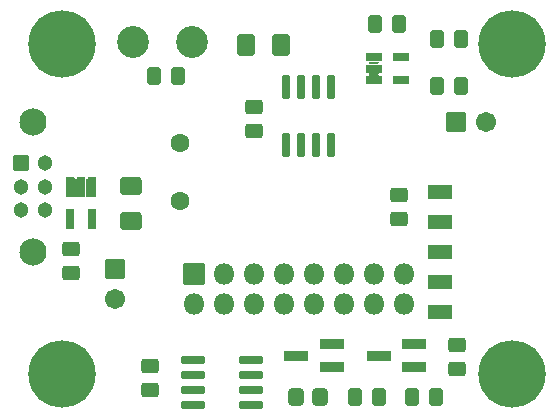
<source format=gbs>
G04 #@! TF.GenerationSoftware,KiCad,Pcbnew,(6.0.10)*
G04 #@! TF.CreationDate,2023-01-26T22:30:24-05:00*
G04 #@! TF.ProjectId,telemetry_transmitter,74656c65-6d65-4747-9279-5f7472616e73,rev?*
G04 #@! TF.SameCoordinates,Original*
G04 #@! TF.FileFunction,Soldermask,Bot*
G04 #@! TF.FilePolarity,Negative*
%FSLAX46Y46*%
G04 Gerber Fmt 4.6, Leading zero omitted, Abs format (unit mm)*
G04 Created by KiCad (PCBNEW (6.0.10)) date 2023-01-26 22:30:24*
%MOMM*%
%LPD*%
G01*
G04 APERTURE LIST*
G04 Aperture macros list*
%AMRoundRect*
0 Rectangle with rounded corners*
0 $1 Rounding radius*
0 $2 $3 $4 $5 $6 $7 $8 $9 X,Y pos of 4 corners*
0 Add a 4 corners polygon primitive as box body*
4,1,4,$2,$3,$4,$5,$6,$7,$8,$9,$2,$3,0*
0 Add four circle primitives for the rounded corners*
1,1,$1+$1,$2,$3*
1,1,$1+$1,$4,$5*
1,1,$1+$1,$6,$7*
1,1,$1+$1,$8,$9*
0 Add four rect primitives between the rounded corners*
20,1,$1+$1,$2,$3,$4,$5,0*
20,1,$1+$1,$4,$5,$6,$7,0*
20,1,$1+$1,$6,$7,$8,$9,0*
20,1,$1+$1,$8,$9,$2,$3,0*%
G04 Aperture macros list end*
%ADD10C,2.702000*%
%ADD11RoundRect,0.051000X0.850000X-0.850000X0.850000X0.850000X-0.850000X0.850000X-0.850000X-0.850000X0*%
%ADD12O,1.802000X1.802000*%
%ADD13RoundRect,0.051000X-0.800000X-0.800000X0.800000X-0.800000X0.800000X0.800000X-0.800000X0.800000X0*%
%ADD14C,1.702000*%
%ADD15RoundRect,0.051000X-0.800000X0.800000X-0.800000X-0.800000X0.800000X-0.800000X0.800000X0.800000X0*%
%ADD16C,1.602000*%
%ADD17C,5.702000*%
%ADD18C,3.702000*%
%ADD19C,2.302000*%
%ADD20RoundRect,0.051000X-0.600000X0.600000X-0.600000X-0.600000X0.600000X-0.600000X0.600000X0.600000X0*%
%ADD21C,1.302000*%
%ADD22RoundRect,0.051000X0.950000X0.400000X-0.950000X0.400000X-0.950000X-0.400000X0.950000X-0.400000X0*%
%ADD23RoundRect,0.301000X0.450000X-0.325000X0.450000X0.325000X-0.450000X0.325000X-0.450000X-0.325000X0*%
%ADD24RoundRect,0.301000X0.325000X0.450000X-0.325000X0.450000X-0.325000X-0.450000X0.325000X-0.450000X0*%
%ADD25RoundRect,0.301000X-0.450000X0.325000X-0.450000X-0.325000X0.450000X-0.325000X0.450000X0.325000X0*%
%ADD26RoundRect,0.301000X-0.325000X-0.450000X0.325000X-0.450000X0.325000X0.450000X-0.325000X0.450000X0*%
%ADD27RoundRect,0.051000X-0.325000X0.780000X-0.325000X-0.780000X0.325000X-0.780000X0.325000X0.780000X0*%
%ADD28RoundRect,0.301001X0.624999X-0.462499X0.624999X0.462499X-0.624999X0.462499X-0.624999X-0.462499X0*%
%ADD29RoundRect,0.301000X-0.350000X-0.450000X0.350000X-0.450000X0.350000X0.450000X-0.350000X0.450000X0*%
%ADD30RoundRect,0.201000X-0.825000X-0.150000X0.825000X-0.150000X0.825000X0.150000X-0.825000X0.150000X0*%
%ADD31RoundRect,0.051000X1.000000X-0.500000X1.000000X0.500000X-1.000000X0.500000X-1.000000X-0.500000X0*%
%ADD32RoundRect,0.301001X-0.462499X-0.624999X0.462499X-0.624999X0.462499X0.624999X-0.462499X0.624999X0*%
%ADD33RoundRect,0.201000X-0.150000X0.825000X-0.150000X-0.825000X0.150000X-0.825000X0.150000X0.825000X0*%
%ADD34RoundRect,0.201000X-0.512500X-0.150000X0.512500X-0.150000X0.512500X0.150000X-0.512500X0.150000X0*%
G04 APERTURE END LIST*
D10*
X199000000Y-88750000D03*
X194000000Y-88750000D03*
D11*
X199125000Y-108375000D03*
D12*
X199125000Y-110915000D03*
X201665000Y-108375000D03*
X201665000Y-110915000D03*
X204205000Y-108375000D03*
X204205000Y-110915000D03*
X206745000Y-108375000D03*
X206745000Y-110915000D03*
X209285000Y-108375000D03*
X209285000Y-110915000D03*
X211825000Y-108375000D03*
X211825000Y-110915000D03*
X214365000Y-108375000D03*
X214365000Y-110915000D03*
X216905000Y-108375000D03*
X216905000Y-110915000D03*
D13*
X221338606Y-95500000D03*
D14*
X223838606Y-95500000D03*
D15*
X192500000Y-108000000D03*
D14*
X192500000Y-110500000D03*
D16*
X198000000Y-97300000D03*
X198000000Y-102180000D03*
D17*
X226060000Y-88900000D03*
D18*
X226060000Y-88900000D03*
D17*
X187960000Y-116840000D03*
D18*
X187960000Y-116840000D03*
D17*
X187960000Y-88900000D03*
D18*
X187960000Y-88900000D03*
D19*
X185500000Y-95500000D03*
X185500000Y-106500000D03*
D20*
X184500000Y-99000000D03*
D21*
X184500000Y-101000000D03*
X184500000Y-103000000D03*
X186500000Y-99000000D03*
X186500000Y-101000000D03*
X186500000Y-103000000D03*
D17*
X226060000Y-116840000D03*
D18*
X226060000Y-116840000D03*
D22*
X210800000Y-114350000D03*
X210800000Y-116250000D03*
X207800000Y-115300000D03*
X217800000Y-114350000D03*
X217800000Y-116250000D03*
X214800000Y-115300000D03*
D23*
X188700000Y-108325000D03*
X188700000Y-106275000D03*
D24*
X221775000Y-88500000D03*
X219725000Y-88500000D03*
D25*
X195400000Y-116175000D03*
X195400000Y-118225000D03*
D26*
X217575000Y-118800000D03*
X219625000Y-118800000D03*
D27*
X188650000Y-101050000D03*
X189600000Y-101050000D03*
X190550000Y-101050000D03*
X190550000Y-103750000D03*
X188650000Y-103750000D03*
D23*
X216500000Y-103750000D03*
X216500000Y-101700000D03*
D28*
X193800000Y-103887500D03*
X193800000Y-100912500D03*
D26*
X212750000Y-118800000D03*
X214800000Y-118800000D03*
D29*
X207800000Y-118800000D03*
X209800000Y-118800000D03*
D23*
X221400000Y-116425000D03*
X221400000Y-114375000D03*
D30*
X199050000Y-119470000D03*
X199050000Y-118200000D03*
X199050000Y-116930000D03*
X199050000Y-115660000D03*
X204000000Y-115660000D03*
X204000000Y-116930000D03*
X204000000Y-118200000D03*
X204000000Y-119470000D03*
D31*
X220012500Y-111580000D03*
X220012500Y-109040000D03*
X220012500Y-106500000D03*
X220012500Y-103960000D03*
X220012500Y-101420000D03*
D32*
X203512500Y-89000000D03*
X206487500Y-89000000D03*
D24*
X197825000Y-91600000D03*
X195775000Y-91600000D03*
D23*
X204200000Y-96275000D03*
X204200000Y-94225000D03*
D33*
X206895000Y-92525000D03*
X208165000Y-92525000D03*
X209435000Y-92525000D03*
X210705000Y-92525000D03*
X210705000Y-97475000D03*
X209435000Y-97475000D03*
X208165000Y-97475000D03*
X206895000Y-97475000D03*
D24*
X221775000Y-92500000D03*
X219725000Y-92500000D03*
X216525000Y-87250000D03*
X214475000Y-87250000D03*
D34*
X214362500Y-91950000D03*
X214362500Y-91000000D03*
X214362500Y-90050000D03*
X216637500Y-90050000D03*
X216637500Y-91950000D03*
G36*
X189024267Y-100253301D02*
G01*
X189075946Y-100296489D01*
X189144661Y-100305120D01*
X189207291Y-100275156D01*
X189225348Y-100254318D01*
X189227238Y-100253664D01*
X189228749Y-100254974D01*
X189228821Y-100256018D01*
X189226000Y-100270199D01*
X189226000Y-101829801D01*
X189228978Y-101844774D01*
X189228335Y-101846668D01*
X189226373Y-101847058D01*
X189225733Y-101846699D01*
X189174054Y-101803511D01*
X189105339Y-101794880D01*
X189042709Y-101824844D01*
X189024652Y-101845682D01*
X189022762Y-101846336D01*
X189021251Y-101845026D01*
X189021179Y-101843982D01*
X189024000Y-101829801D01*
X189024000Y-100270199D01*
X189021022Y-100255226D01*
X189021665Y-100253332D01*
X189023627Y-100252942D01*
X189024267Y-100253301D01*
G37*
G36*
X189974267Y-100253301D02*
G01*
X190025946Y-100296489D01*
X190094661Y-100305120D01*
X190157291Y-100275156D01*
X190175348Y-100254318D01*
X190177238Y-100253664D01*
X190178749Y-100254974D01*
X190178821Y-100256018D01*
X190176000Y-100270199D01*
X190176000Y-101829801D01*
X190178978Y-101844774D01*
X190178335Y-101846668D01*
X190176373Y-101847058D01*
X190175733Y-101846699D01*
X190124054Y-101803511D01*
X190055339Y-101794880D01*
X189992709Y-101824844D01*
X189974652Y-101845682D01*
X189972762Y-101846336D01*
X189971251Y-101845026D01*
X189971179Y-101843982D01*
X189974000Y-101829801D01*
X189974000Y-100270199D01*
X189971022Y-100255226D01*
X189971665Y-100253332D01*
X189973627Y-100252942D01*
X189974267Y-100253301D01*
G37*
G36*
X214868527Y-91350000D02*
G01*
X214868527Y-91352000D01*
X214867056Y-91352983D01*
X214866817Y-91353015D01*
X214803204Y-91381154D01*
X214765070Y-91438965D01*
X214764244Y-91508220D01*
X214800983Y-91566914D01*
X214866825Y-91596985D01*
X214867068Y-91597017D01*
X214868655Y-91598235D01*
X214868394Y-91600218D01*
X214866807Y-91601000D01*
X213858205Y-91601000D01*
X213856473Y-91600000D01*
X213856473Y-91598000D01*
X213857944Y-91597017D01*
X213858183Y-91596985D01*
X213921796Y-91568846D01*
X213959930Y-91511035D01*
X213960756Y-91441780D01*
X213924017Y-91383086D01*
X213858175Y-91353015D01*
X213857932Y-91352983D01*
X213856345Y-91351765D01*
X213856606Y-91349782D01*
X213858193Y-91349000D01*
X214866795Y-91349000D01*
X214868527Y-91350000D01*
G37*
G36*
X214868527Y-90400000D02*
G01*
X214868527Y-90402000D01*
X214867056Y-90402983D01*
X214866817Y-90403015D01*
X214803204Y-90431154D01*
X214765070Y-90488965D01*
X214764244Y-90558220D01*
X214800983Y-90616914D01*
X214866825Y-90646985D01*
X214867068Y-90647017D01*
X214868655Y-90648235D01*
X214868394Y-90650218D01*
X214866807Y-90651000D01*
X213858205Y-90651000D01*
X213856473Y-90650000D01*
X213856473Y-90648000D01*
X213857944Y-90647017D01*
X213858183Y-90646985D01*
X213921796Y-90618846D01*
X213959930Y-90561035D01*
X213960756Y-90491780D01*
X213924017Y-90433086D01*
X213858175Y-90403015D01*
X213857932Y-90402983D01*
X213856345Y-90401765D01*
X213856606Y-90399782D01*
X213858193Y-90399000D01*
X214866795Y-90399000D01*
X214868527Y-90400000D01*
G37*
M02*

</source>
